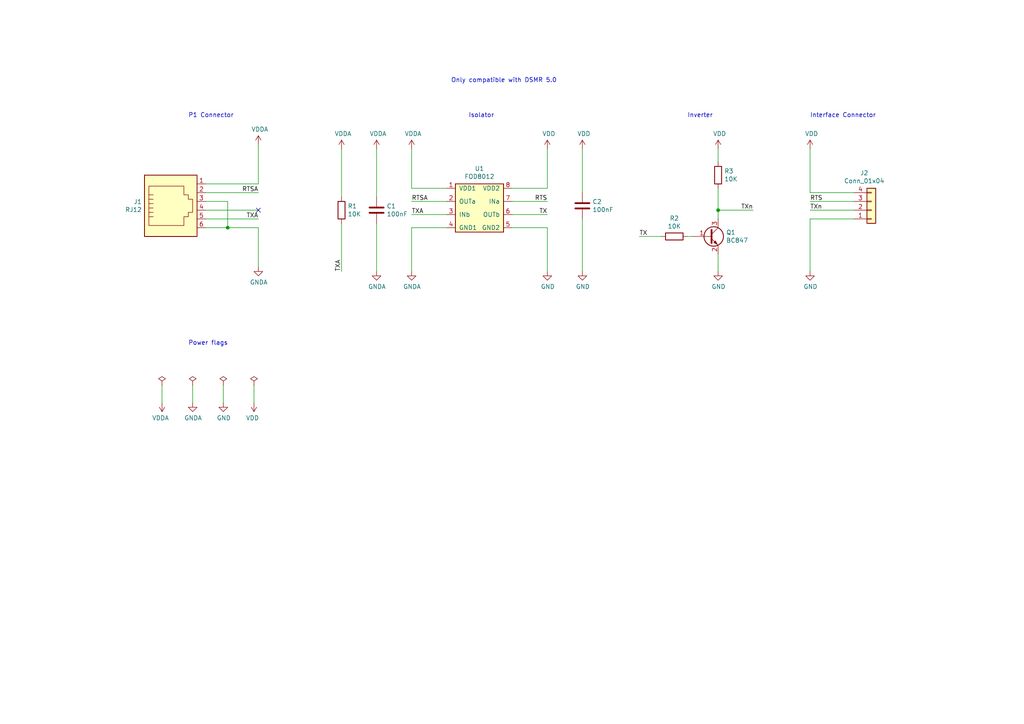
<source format=kicad_sch>
(kicad_sch (version 20211123) (generator eeschema)
  (paper "A4")
  (lib_symbols
    (symbol "Connector:RJ12" (pin_names (offset 1.016))
      (property "Reference" "J" (at -5.08 11.43 0))
      (property "Value" "RJ12" (at 2.54 11.43 0))
      (symbol "RJ12_0_1"
        (polyline (pts (xy -6.35 -1.905) (xy -5.08 -1.905) (xy -5.08 -1.905)))
        (polyline (pts (xy -6.35 -0.635) (xy -5.08 -0.635) (xy -5.08 -0.635)))
        (polyline (pts (xy -6.35 0.635) (xy -5.08 0.635) (xy -5.08 0.635)))
        (polyline (pts (xy -6.35 1.905) (xy -5.08 1.905) (xy -5.08 1.905)))
        (polyline (pts (xy -6.35 3.175) (xy -5.08 3.175) (xy -5.08 3.175)))
        (polyline (pts (xy -5.08 4.445) (xy -6.35 4.445) (xy -6.35 4.445)))
        (polyline (pts (xy -6.35 -4.445) (xy -6.35 6.985) (xy 3.81 6.985) (xy 3.81 4.445) (xy 5.08 4.445) (xy 5.08 3.175) (xy 6.35 3.175) (xy 6.35 -0.635) (xy 5.08 -0.635) (xy 5.08 -1.905) (xy 3.81 -1.905) (xy 3.81 -4.445) (xy -6.35 -4.445) (xy -6.35 -4.445)))
        (rectangle (start 7.62 10.16) (end -7.62 -7.62) (stroke (width 0.254)) (fill (type background)))
      )
      (symbol "RJ12_1_1"
        (pin passive line (at 10.16 -5.08 180) (length 2.54) (name "~") (number "1"))
        (pin passive line (at 10.16 -2.54 180) (length 2.54) (name "~") (number "2"))
        (pin passive line (at 10.16 0 180) (length 2.54) (name "~") (number "3"))
        (pin passive line (at 10.16 2.54 180) (length 2.54) (name "~") (number "4"))
        (pin passive line (at 10.16 5.08 180) (length 2.54) (name "~") (number "5"))
        (pin passive line (at 10.16 7.62 180) (length 2.54) (name "~") (number "6"))
      )
    )
    (symbol "Connector_Generic:Conn_01x04" (pin_names (offset 1.016) hide)
      (property "Reference" "J" (at 0 5.08 0))
      (property "Value" "Conn_01x04" (at 0 -7.62 0))
      (symbol "Conn_01x04_1_1"
        (rectangle (start -1.27 -4.953) (end 0 -5.207) (stroke (width 0.1524)))
        (rectangle (start -1.27 -2.413) (end 0 -2.667) (stroke (width 0.1524)))
        (rectangle (start -1.27 0.127) (end 0 -0.127) (stroke (width 0.1524)))
        (rectangle (start -1.27 2.667) (end 0 2.413) (stroke (width 0.1524)))
        (rectangle (start -1.27 3.81) (end 1.27 -6.35) (stroke (width 0.254)) (fill (type background)))
        (pin passive line (at -5.08 2.54 0) (length 3.81) (name "Pin_1") (number "1"))
        (pin passive line (at -5.08 0 0) (length 3.81) (name "Pin_2") (number "2"))
        (pin passive line (at -5.08 -2.54 0) (length 3.81) (name "Pin_3") (number "3"))
        (pin passive line (at -5.08 -5.08 0) (length 3.81) (name "Pin_4") (number "4"))
      )
    )
    (symbol "Device:C" (pin_numbers hide) (pin_names (offset 0.254))
      (property "Reference" "C" (at 0.635 2.54 0))
      (property "Value" "C" (at 0.635 -2.54 0))
      (symbol "C_0_1"
        (polyline (pts (xy -2.032 -0.762) (xy 2.032 -0.762)) (stroke (width 0.508)))
        (polyline (pts (xy -2.032 0.762) (xy 2.032 0.762)) (stroke (width 0.508)))
      )
      (symbol "C_1_1"
        (pin passive line (at 0 3.81 270) (length 2.794) (name "~") (number "1"))
        (pin passive line (at 0 -3.81 90) (length 2.794) (name "~") (number "2"))
      )
    )
    (symbol "Device:R" (pin_numbers hide) (pin_names (offset 0))
      (property "Reference" "R" (at 2.032 0 90))
      (property "Value" "R" (at 0 0 90))
      (symbol "R_0_1"
        (rectangle (start -1.016 -2.54) (end 1.016 2.54) (stroke (width 0.254)))
      )
      (symbol "R_1_1"
        (pin passive line (at 0 3.81 270) (length 1.27) (name "~") (number "1"))
        (pin passive line (at 0 -3.81 90) (length 1.27) (name "~") (number "2"))
      )
    )
    (symbol "Transistor_BJT:BC847" (pin_names (offset 0) hide)
      (property "Reference" "Q" (at 5.08 1.905 0))
      (property "Value" "BC847" (at 5.08 0 0))
      (symbol "BC847_0_1"
        (polyline (pts (xy 0.635 0.635) (xy 2.54 2.54)))
        (polyline (pts (xy 0.635 -0.635) (xy 2.54 -2.54) (xy 2.54 -2.54)))
        (polyline (pts (xy 0.635 1.905) (xy 0.635 -1.905) (xy 0.635 -1.905)) (stroke (width 0.508)))
        (polyline (pts (xy 1.27 -1.778) (xy 1.778 -1.27) (xy 2.286 -2.286) (xy 1.27 -1.778) (xy 1.27 -1.778)) (fill (type outline)))
        (circle (center 1.27 0) (radius 2.8194) (stroke (width 0.254)))
      )
      (symbol "BC847_1_1"
        (pin input line (at -5.08 0 0) (length 5.715) (name "B") (number "1"))
        (pin passive line (at 2.54 -5.08 90) (length 2.54) (name "E") (number "2"))
        (pin passive line (at 2.54 5.08 270) (length 2.54) (name "C") (number "3"))
      )
    )
    (symbol "fod8012:FOD8012" (pin_names (offset 1.016))
      (property "Reference" "U" (at -5.08 5.08 0))
      (property "Value" "FOD8012" (at 0 5.08 0))
      (symbol "FOD8012_0_1"
        (rectangle (start -5.08 3.81) (end 8.89 -10.16) (stroke (width 0.254)) (fill (type background)))
      )
      (symbol "FOD8012_1_1"
        (pin passive line (at -7.62 2.54 0) (length 2.54) (name "VDD1") (number "1"))
        (pin passive line (at -7.62 -1.27 0) (length 2.54) (name "OUTa") (number "2"))
        (pin input line (at -7.62 -5.08 0) (length 2.54) (name "INb") (number "3"))
        (pin passive line (at -7.62 -8.89 0) (length 2.54) (name "GND1") (number "4"))
        (pin passive line (at 11.43 -8.89 180) (length 2.54) (name "GND2") (number "5"))
        (pin passive line (at 11.43 -5.08 180) (length 2.54) (name "OUTb") (number "6"))
        (pin passive line (at 11.43 -1.27 180) (length 2.54) (name "INa") (number "7"))
        (pin passive line (at 11.43 2.54 180) (length 2.54) (name "VDD2") (number "8"))
      )
    )
    (symbol "power:GND" (power) (pin_names (offset 0))
      (property "Value" "GND" (at 0 -3.81 0))
      (symbol "GND_0_1"
        (polyline (pts (xy 0 0) (xy 0 -1.27) (xy 1.27 -1.27) (xy 0 -2.54) (xy -1.27 -1.27) (xy 0 -1.27)))
      )
      (symbol "GND_1_1"
        (pin power_in line (at 0 0 270) (length 0) hide (name "GND") (number "1"))
      )
    )
    (symbol "power:GNDA" (power) (pin_names (offset 0))
      (property "Value" "GNDA" (at 0 -3.81 0))
      (symbol "GNDA_0_1"
        (polyline (pts (xy 0 0) (xy 0 -1.27) (xy 1.27 -1.27) (xy 0 -2.54) (xy -1.27 -1.27) (xy 0 -1.27)))
      )
      (symbol "GNDA_1_1"
        (pin power_in line (at 0 0 270) (length 0) hide (name "GNDA") (number "1"))
      )
    )
    (symbol "power:PWR_FLAG" (power) (pin_numbers hide) (pin_names (offset 0) hide)
      (property "Value" "PWR_FLAG" (at 0 3.81 0))
      (symbol "PWR_FLAG_0_0"
        (pin power_out line (at 0 0 90) (length 0) (name "pwr") (number "1"))
      )
      (symbol "PWR_FLAG_0_1"
        (polyline (pts (xy 0 0) (xy 0 1.27) (xy -1.016 1.905) (xy 0 2.54) (xy 1.016 1.905) (xy 0 1.27)))
      )
    )
    (symbol "power:VDD" (power) (pin_names (offset 0))
      (property "Value" "VDD" (at 0 3.81 0))
      (symbol "VDD_0_1"
        (polyline (pts (xy -0.762 1.27) (xy 0 2.54)))
        (polyline (pts (xy 0 0) (xy 0 2.54)))
        (polyline (pts (xy 0 2.54) (xy 0.762 1.27)))
      )
      (symbol "VDD_1_1"
        (pin power_in line (at 0 0 90) (length 0) hide (name "VDD") (number "1"))
      )
    )
    (symbol "power:VDDA" (power) (pin_names (offset 0))
      (property "Value" "VDDA" (at 0 3.81 0))
      (symbol "VDDA_0_1"
        (polyline (pts (xy -0.762 1.27) (xy 0 2.54)))
        (polyline (pts (xy 0 0) (xy 0 2.54)))
        (polyline (pts (xy 0 2.54) (xy 0.762 1.27)))
      )
      (symbol "VDDA_1_1"
        (pin power_in line (at 0 0 90) (length 0) hide (name "VDDA") (number "1"))
      )
    )
  )
  (junction (at 208.28 60.96))
  (junction (at 66.04 66.04))
  (no_connect (at 74.93 60.96))
  (wire (pts (xy 46.99 111.76) (xy 46.99 116.84)))
  (wire (pts (xy 148.59 66.04) (xy 158.75 66.04)))
  (wire (pts (xy 208.28 78.74) (xy 208.28 73.66)))
  (wire (pts (xy 208.28 46.99) (xy 208.28 43.18)))
  (wire (pts (xy 148.59 54.61) (xy 158.75 54.61)))
  (wire (pts (xy 247.65 55.88) (xy 234.95 55.88)))
  (wire (pts (xy 199.39 68.58) (xy 200.66 68.58)))
  (wire (pts (xy 247.65 58.42) (xy 234.95 58.42)))
  (wire (pts (xy 59.69 66.04) (xy 66.04 66.04)))
  (wire (pts (xy 129.54 62.23) (xy 119.38 62.23)))
  (wire (pts (xy 73.66 111.76) (xy 73.66 116.84)))
  (wire (pts (xy 168.91 55.88) (xy 168.91 43.18)))
  (wire (pts (xy 208.28 60.96) (xy 218.44 60.96)))
  (wire (pts (xy 66.04 58.42) (xy 66.04 66.04)))
  (wire (pts (xy 148.59 58.42) (xy 158.75 58.42)))
  (wire (pts (xy 168.91 63.5) (xy 168.91 78.74)))
  (wire (pts (xy 234.95 63.5) (xy 234.95 78.74)))
  (wire (pts (xy 59.69 58.42) (xy 66.04 58.42)))
  (wire (pts (xy 208.28 60.96) (xy 208.28 63.5)))
  (wire (pts (xy 234.95 55.88) (xy 234.95 43.18)))
  (wire (pts (xy 129.54 66.04) (xy 119.38 66.04)))
  (wire (pts (xy 99.06 64.77) (xy 99.06 78.74)))
  (wire (pts (xy 129.54 58.42) (xy 119.38 58.42)))
  (wire (pts (xy 59.69 55.88) (xy 74.93 55.88)))
  (wire (pts (xy 109.22 57.15) (xy 109.22 43.18)))
  (wire (pts (xy 59.69 53.34) (xy 74.93 53.34)))
  (wire (pts (xy 119.38 54.61) (xy 119.38 43.18)))
  (wire (pts (xy 247.65 60.96) (xy 234.95 60.96)))
  (wire (pts (xy 55.88 111.76) (xy 55.88 116.84)))
  (wire (pts (xy 158.75 54.61) (xy 158.75 43.18)))
  (wire (pts (xy 66.04 66.04) (xy 74.93 66.04)))
  (wire (pts (xy 191.77 68.58) (xy 185.42 68.58)))
  (wire (pts (xy 74.93 66.04) (xy 74.93 77.47)))
  (wire (pts (xy 109.22 64.77) (xy 109.22 78.74)))
  (wire (pts (xy 99.06 43.18) (xy 99.06 57.15)))
  (wire (pts (xy 74.93 53.34) (xy 74.93 41.91)))
  (wire (pts (xy 59.69 60.96) (xy 74.93 60.96)))
  (wire (pts (xy 247.65 63.5) (xy 234.95 63.5)))
  (wire (pts (xy 148.59 62.23) (xy 158.75 62.23)))
  (wire (pts (xy 129.54 54.61) (xy 119.38 54.61)))
  (wire (pts (xy 208.28 54.61) (xy 208.28 60.96)))
  (wire (pts (xy 59.69 63.5) (xy 74.93 63.5)))
  (wire (pts (xy 158.75 66.04) (xy 158.75 78.74)))
  (wire (pts (xy 64.77 111.76) (xy 64.77 116.84)))
  (wire (pts (xy 119.38 66.04) (xy 119.38 78.74)))
  (text "Inverter" (at 199.39 34.29 0) (effects (font (size 1.27 1.27)) (justify left bottom)))
  (text "Isolator" (at 135.89 34.29 0) (effects (font (size 1.27 1.27)) (justify left bottom)))
  (text "Power flags" (at 54.61 100.33 0) (effects (font (size 1.27 1.27)) (justify left bottom)))
  (text "P1 Connector" (at 54.61 34.29 0) (effects (font (size 1.27 1.27)) (justify left bottom)))
  (text "Only compatible with DSMR 5.0" (at 130.81 24.13 0) (effects (font (size 1.27 1.27)) (justify left bottom)))
  (text "Interface Connector" (at 234.95 34.29 0) (effects (font (size 1.27 1.27)) (justify left bottom)))
  (label "RTS" (at 234.95 58.42 0))
  (label "RTSA" (at 119.38 58.42 0))
  (label "RTS" (at 158.75 58.42 180))
  (label "TXA" (at 74.93 63.5 180))
  (label "TX" (at 158.75 62.23 180))
  (label "RTSA" (at 74.93 55.88 180))
  (label "TXA" (at 119.38 62.23 0))
  (label "TX" (at 185.42 68.58 0))
  (label "TXn" (at 234.95 60.96 0))
  (label "TXA" (at 99.06 78.74 90))
  (label "TXn" (at 218.44 60.96 180))
  (symbol (lib_id "Connector_Generic:Conn_01x04") (at 252.73 60.96 0) (mirror x) (unit 1)
    (property "Reference" "J2" (at 250.6726 50.165 0))
    (property "Value" "Conn_01x04" (at 250.6726 52.4764 0))
    (property "Footprint" "Connector_PinHeader_1.27mm:PinHeader_1x04_P1.27mm_Vertical" (effects hide))
  )
  (symbol (lib_id "Connector:RJ12") (at 49.53 58.42 0) (mirror x) (unit 1)
    (property "Reference" "J1" (at 41.148 58.5216 0) (effects (justify right)))
    (property "Value" "RJ12" (at 41.148 60.833 0) (effects (justify right)))
    (property "Footprint" "Connector_RJ:RJ12_Amphenol_54601" (effects hide))
    (property "Order Number" "Farnell: 2135977" (effects hide))
  )
  (symbol (lib_id "power:GNDA") (at 74.93 77.47 0) (unit 1)
    (property "Reference" "#PWR0101" (effects hide))
    (property "Value" "GNDA" (at 75.057 81.8642 0))
  )
  (symbol (lib_id "power:VDDA") (at 74.93 41.91 0) (unit 1)
    (property "Reference" "#PWR0102" (effects hide))
    (property "Value" "VDDA" (at 75.3618 37.5158 0))
  )
  (symbol (lib_id "power:VDD") (at 234.95 43.18 0) (unit 1)
    (property "Reference" "#PWR0103" (effects hide))
    (property "Value" "VDD" (at 235.3818 38.7858 0))
  )
  (symbol (lib_id "power:GND") (at 234.95 78.74 0) (unit 1)
    (property "Reference" "#PWR0104" (effects hide))
    (property "Value" "GND" (at 235.077 83.1342 0))
  )
  (symbol (lib_id "fod8012:FOD8012") (at 137.16 57.15 0) (unit 1)
    (property "Reference" "U1" (at 139.065 48.895 0))
    (property "Value" "FOD8012" (at 139.065 51.2064 0))
    (property "Footprint" "SMD_Packages:SOIC-8-N" (effects hide))
    (property "Order Number" "DigiKey: FOD8012A-ND" (effects hide))
  )
  (symbol (lib_id "power:GND") (at 158.75 78.74 0) (unit 1)
    (property "Reference" "#PWR0105" (effects hide))
    (property "Value" "GND" (at 158.877 83.1342 0))
  )
  (symbol (lib_id "power:GNDA") (at 119.38 78.74 0) (unit 1)
    (property "Reference" "#PWR0106" (effects hide))
    (property "Value" "GNDA" (at 119.507 83.1342 0))
  )
  (symbol (lib_id "power:VDDA") (at 119.38 43.18 0) (unit 1)
    (property "Reference" "#PWR0107" (effects hide))
    (property "Value" "VDDA" (at 119.8118 38.7858 0))
  )
  (symbol (lib_id "power:VDD") (at 158.75 43.18 0) (unit 1)
    (property "Reference" "#PWR0108" (effects hide))
    (property "Value" "VDD" (at 159.1818 38.7858 0))
  )
  (symbol (lib_id "Device:C") (at 109.22 60.96 0) (unit 1)
    (property "Reference" "C1" (at 112.141 59.7916 0) (effects (justify left)))
    (property "Value" "100nF" (at 112.141 62.103 0) (effects (justify left)))
    (property "Footprint" "Capacitor_SMD:C_0603_1608Metric" (effects hide))
    (property "Order Number" "Farnell: 1833843" (effects hide))
  )
  (symbol (lib_id "Device:C") (at 168.91 59.69 0) (unit 1)
    (property "Reference" "C2" (at 171.831 58.5216 0) (effects (justify left)))
    (property "Value" "100nF" (at 171.831 60.833 0) (effects (justify left)))
    (property "Footprint" "Capacitor_SMD:C_0603_1608Metric" (effects hide))
    (property "Order Number" "Farnell: 1833843" (effects hide))
  )
  (symbol (lib_id "power:GNDA") (at 109.22 78.74 0) (unit 1)
    (property "Reference" "#PWR0109" (effects hide))
    (property "Value" "GNDA" (at 109.347 83.1342 0))
  )
  (symbol (lib_id "power:VDDA") (at 109.22 43.18 0) (unit 1)
    (property "Reference" "#PWR0110" (effects hide))
    (property "Value" "VDDA" (at 109.6518 38.7858 0))
  )
  (symbol (lib_id "power:VDD") (at 168.91 43.18 0) (unit 1)
    (property "Reference" "#PWR0111" (effects hide))
    (property "Value" "VDD" (at 169.3418 38.7858 0))
  )
  (symbol (lib_id "power:GND") (at 168.91 78.74 0) (unit 1)
    (property "Reference" "#PWR0112" (effects hide))
    (property "Value" "GND" (at 169.037 83.1342 0))
  )
  (symbol (lib_id "Device:R") (at 99.06 60.96 0) (unit 1)
    (property "Reference" "R1" (at 100.838 59.7916 0) (effects (justify left)))
    (property "Value" "10K" (at 100.838 62.103 0) (effects (justify left)))
    (property "Footprint" "Resistor_SMD:R_0603_1608Metric" (effects hide))
    (property "Order Number" "Farnell: 2447230" (effects hide))
  )
  (symbol (lib_id "power:VDDA") (at 99.06 43.18 0) (unit 1)
    (property "Reference" "#PWR0113" (effects hide))
    (property "Value" "VDDA" (at 99.4918 38.7858 0))
  )
  (symbol (lib_id "power:VDD") (at 208.28 43.18 0) (unit 1)
    (property "Reference" "#PWR0114" (effects hide))
    (property "Value" "VDD" (at 208.7118 38.7858 0))
  )
  (symbol (lib_id "power:GND") (at 208.28 78.74 0) (unit 1)
    (property "Reference" "#PWR0115" (effects hide))
    (property "Value" "GND" (at 208.407 83.1342 0))
  )
  (symbol (lib_id "Transistor_BJT:BC847") (at 205.74 68.58 0) (unit 1)
    (property "Reference" "Q1" (at 210.5914 67.4116 0) (effects (justify left)))
    (property "Value" "BC847" (at 210.5914 69.723 0) (effects (justify left)))
    (property "Footprint" "Package_TO_SOT_SMD:SOT-23" (effects hide))
    (property "Datasheet" "http://www.infineon.com/dgdl/Infineon-BC847SERIES_BC848SERIES_BC849SERIES_BC850SERIES-DS-v01_01-en.pdf?fileId=db3a304314dca389011541d4630a1657" (effects hide))
    (property "Notes" "General purpose." (effects hide))
    (property "Order Number" "Farnell: 2533307" (effects hide))
  )
  (symbol (lib_id "Device:R") (at 208.28 50.8 0) (unit 1)
    (property "Reference" "R3" (at 210.058 49.6316 0) (effects (justify left)))
    (property "Value" "10K" (at 210.058 51.943 0) (effects (justify left)))
    (property "Footprint" "Resistor_SMD:R_0603_1608Metric" (effects hide))
    (property "Order Number" "Farnell: 2447230" (effects hide))
  )
  (symbol (lib_id "Device:R") (at 195.58 68.58 270) (unit 1)
    (property "Reference" "R2" (at 195.58 63.3222 90))
    (property "Value" "10K" (at 195.58 65.6336 90))
    (property "Footprint" "Resistor_SMD:R_0603_1608Metric" (effects hide))
    (property "Order Number" "Farnell: 2447230" (effects hide))
  )
  (symbol (lib_id "power:GND") (at 64.77 116.84 0) (unit 1)
    (property "Reference" "#PWR03" (effects hide))
    (property "Value" "GND" (at 64.897 121.2342 0))
  )
  (symbol (lib_id "power:VDD") (at 73.66 116.84 180) (unit 1)
    (property "Reference" "#PWR0116" (effects hide))
    (property "Value" "VDD" (at 73.2282 121.2342 0))
  )
  (symbol (lib_id "power:PWR_FLAG") (at 55.88 111.76 0) (unit 1)
    (property "Reference" "#FLG02" (effects hide))
    (property "Value" "PWR_FLAG" (effects hide))
  )
  (symbol (lib_id "power:VDDA") (at 46.99 116.84 180) (unit 1)
    (property "Reference" "#PWR01" (effects hide))
    (property "Value" "VDDA" (at 46.5582 121.2342 0))
  )
  (symbol (lib_id "power:PWR_FLAG") (at 73.66 111.76 0) (unit 1)
    (property "Reference" "#FLG04" (effects hide))
    (property "Value" "PWR_FLAG" (effects hide))
  )
  (symbol (lib_id "power:PWR_FLAG") (at 64.77 111.76 0) (unit 1)
    (property "Reference" "#FLG03" (effects hide))
    (property "Value" "PWR_FLAG" (effects hide))
  )
  (symbol (lib_id "power:GNDA") (at 55.88 116.84 0) (unit 1)
    (property "Reference" "#PWR02" (effects hide))
    (property "Value" "GNDA" (at 56.007 121.2342 0))
  )
  (symbol (lib_id "power:PWR_FLAG") (at 46.99 111.76 0) (unit 1)
    (property "Reference" "#FLG01" (effects hide))
    (property "Value" "PWR_FLAG" (effects hide))
  )
)
</source>
